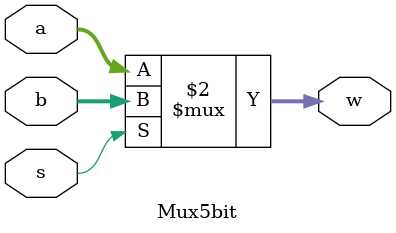
<source format=v>
`timescale 1ns/1ns
module Mux5bit(input [4:0] a, b, input s, output [4:0] w);
	assign w = s == 1'b0 ? a : b;
endmodule

</source>
